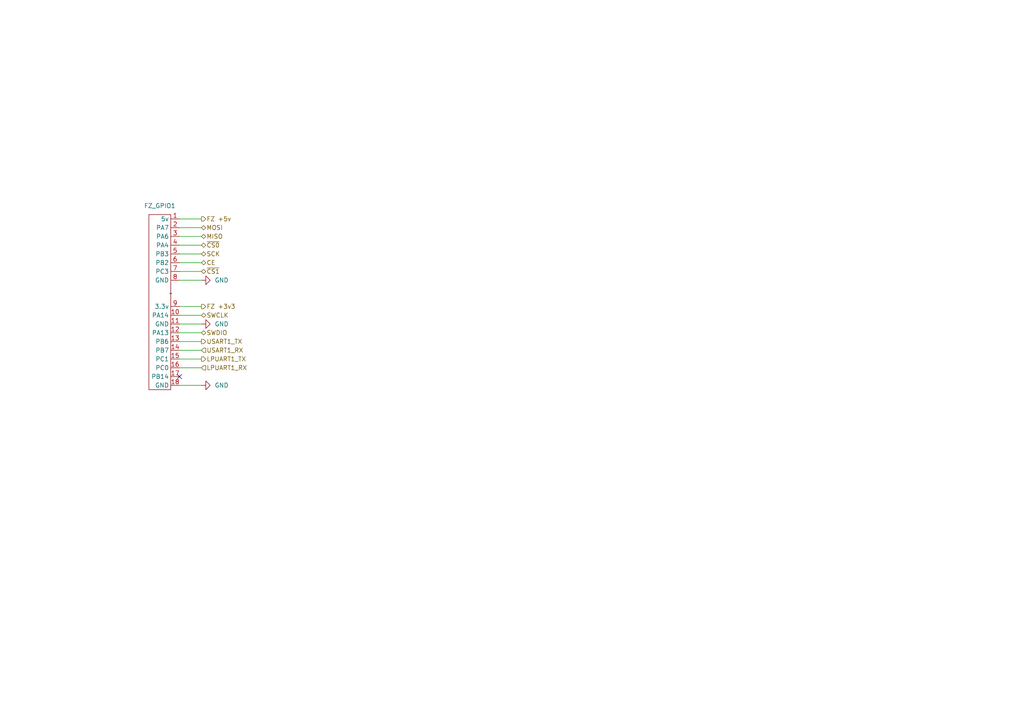
<source format=kicad_sch>
(kicad_sch (version 20230121) (generator eeschema)
  (paper "A4")
  (lib_symbols
    (symbol "Project_Library:FZ_GPIO"
      (property "Reference" "FZ" (at 1.27 29.21 0))
      (symbol "FZ_GPIO_0_1"
        (rectangle (start 0 27.94) (end 6.35 -22.86))
      )
      (symbol "FZ_GPIO_1_1"
        (pin output line (at -2.54 -21.59 0) (length 2.54) (name "5v") (number "1"))
        (pin bidirectional line (at -2.54 6.35 0) (length 2.54) (name "PA14") (number "10"))
        (pin bidirectional line (at -2.54 8.89 0) (length 2.54) (name "GND") (number "11"))
        (pin bidirectional line (at -2.54 11.43 0) (length 2.54) (name "PA13") (number "12"))
        (pin bidirectional line (at -2.54 13.97 0) (length 2.54) (name "PB6") (number "13"))
        (pin bidirectional line (at -2.54 16.51 0) (length 2.54) (name "PB7") (number "14"))
        (pin bidirectional line (at -2.54 19.05 0) (length 2.54) (name "PC1") (number "15"))
        (pin bidirectional line (at -2.54 21.59 0) (length 2.54) (name "PC0") (number "16"))
        (pin bidirectional line (at -2.54 24.13 0) (length 2.54) (name "PB14") (number "17"))
        (pin bidirectional line (at -2.54 26.67 0) (length 2.54) (name "GND") (number "18"))
        (pin bidirectional line (at -2.54 -19.05 0) (length 2.54) (name "PA7") (number "2"))
        (pin bidirectional line (at -2.54 -16.51 0) (length 2.54) (name "PA6") (number "3"))
        (pin bidirectional line (at -2.54 -13.97 0) (length 2.54) (name "PA4") (number "4"))
        (pin bidirectional line (at -2.54 -11.43 0) (length 2.54) (name "PB3") (number "5"))
        (pin bidirectional line (at -2.54 -8.89 0) (length 2.54) (name "PB2") (number "6"))
        (pin bidirectional line (at -2.54 -6.35 0) (length 2.54) (name "PC3") (number "7"))
        (pin bidirectional line (at -2.54 -3.81 0) (length 2.54) (name "GND") (number "8"))
        (pin output line (at -2.54 3.81 0) (length 2.54) (name "3.3v") (number "9"))
      )
    )
    (symbol "power:GND" (power) (pin_names (offset 0))
      (property "Value" "GND" (at 0 -3.81 0))
      (symbol "GND_0_1"
        (polyline (pts (xy 0 0) (xy 0 -1.27) (xy 1.27 -1.27) (xy 0 -2.54) (xy -1.27 -1.27) (xy 0 -1.27)))
      )
      (symbol "GND_1_1"
        (pin power_in line (at 0 0 270) (length 0) hide (name "GND") (number "1"))
      )
    )
  )
  (no_connect (at 52.07 109.22))
  (wire (pts (xy 52.07 93.98) (xy 58.42 93.98)))
  (wire (pts (xy 52.07 88.9) (xy 58.42 88.9)))
  (wire (pts (xy 52.07 81.28) (xy 58.42 81.28)))
  (wire (pts (xy 52.07 99.06) (xy 58.42 99.06)))
  (wire (pts (xy 52.07 78.74) (xy 58.42 78.74)))
  (wire (pts (xy 52.07 68.58) (xy 58.42 68.58)))
  (wire (pts (xy 52.07 76.2) (xy 58.42 76.2)))
  (wire (pts (xy 52.07 106.68) (xy 58.42 106.68)))
  (wire (pts (xy 52.07 111.76) (xy 58.42 111.76)))
  (wire (pts (xy 52.07 73.66) (xy 58.42 73.66)))
  (wire (pts (xy 52.07 91.44) (xy 58.42 91.44)))
  (wire (pts (xy 52.07 96.52) (xy 58.42 96.52)))
  (wire (pts (xy 52.07 63.5) (xy 58.42 63.5)))
  (wire (pts (xy 52.07 71.12) (xy 58.42 71.12)))
  (wire (pts (xy 52.07 66.04) (xy 58.42 66.04)))
  (wire (pts (xy 52.07 104.14) (xy 58.42 104.14)))
  (wire (pts (xy 52.07 101.6) (xy 58.42 101.6)))
  (hierarchical_label "MISO" (shape bidirectional) (at 58.42 68.58 0))
  (hierarchical_label "SWCLK" (shape bidirectional) (at 58.42 91.44 0))
  (hierarchical_label "~{CS1}" (shape bidirectional) (at 58.42 78.74 0))
  (hierarchical_label "CE" (shape bidirectional) (at 58.42 76.2 0))
  (hierarchical_label "SWDIO" (shape bidirectional) (at 58.42 96.52 0))
  (hierarchical_label "USART1_TX" (shape output) (at 58.42 99.06 0))
  (hierarchical_label "FZ +3v3" (shape output) (at 58.42 88.9 0))
  (hierarchical_label "SCK" (shape bidirectional) (at 58.42 73.66 0))
  (hierarchical_label "FZ +5v" (shape output) (at 58.42 63.5 0))
  (hierarchical_label "MOSI" (shape bidirectional) (at 58.42 66.04 0))
  (hierarchical_label "LPUART1_TX" (shape output) (at 58.42 104.14 0))
  (hierarchical_label "USART1_RX" (shape input) (at 58.42 101.6 0))
  (hierarchical_label "~{CS0}" (shape bidirectional) (at 58.42 71.12 0))
  (hierarchical_label "LPUART1_RX" (shape input) (at 58.42 106.68 0))
  (symbol (lib_id "power:GND") (at 58.42 93.98 90) (unit 1)
    (property "Reference" "#PWR02" (effects hide))
    (property "Value" "GND" (at 62.23 93.98 90) (effects (justify right)))
  )
  (symbol (lib_id "Project_Library:FZ_GPIO") (at 49.53 85.09 180) (unit 1)
    (property "Reference" "FZ_GPIO1" (at 46.355 59.69 0))
    (property "Value" "~" (at 49.53 85.09 0))
    (property "Footprint" "Project_Library:FZ_GPIO" (effects hide))
  )
  (symbol (lib_id "power:GND") (at 58.42 81.28 90) (unit 1)
    (property "Reference" "#PWR01" (effects hide))
    (property "Value" "GND" (at 62.23 81.28 90) (effects (justify right)))
  )
  (symbol (lib_id "power:GND") (at 58.42 111.76 90) (unit 1)
    (property "Reference" "#PWR03" (effects hide))
    (property "Value" "GND" (at 62.23 111.76 90) (effects (justify right)))
  )
)
</source>
